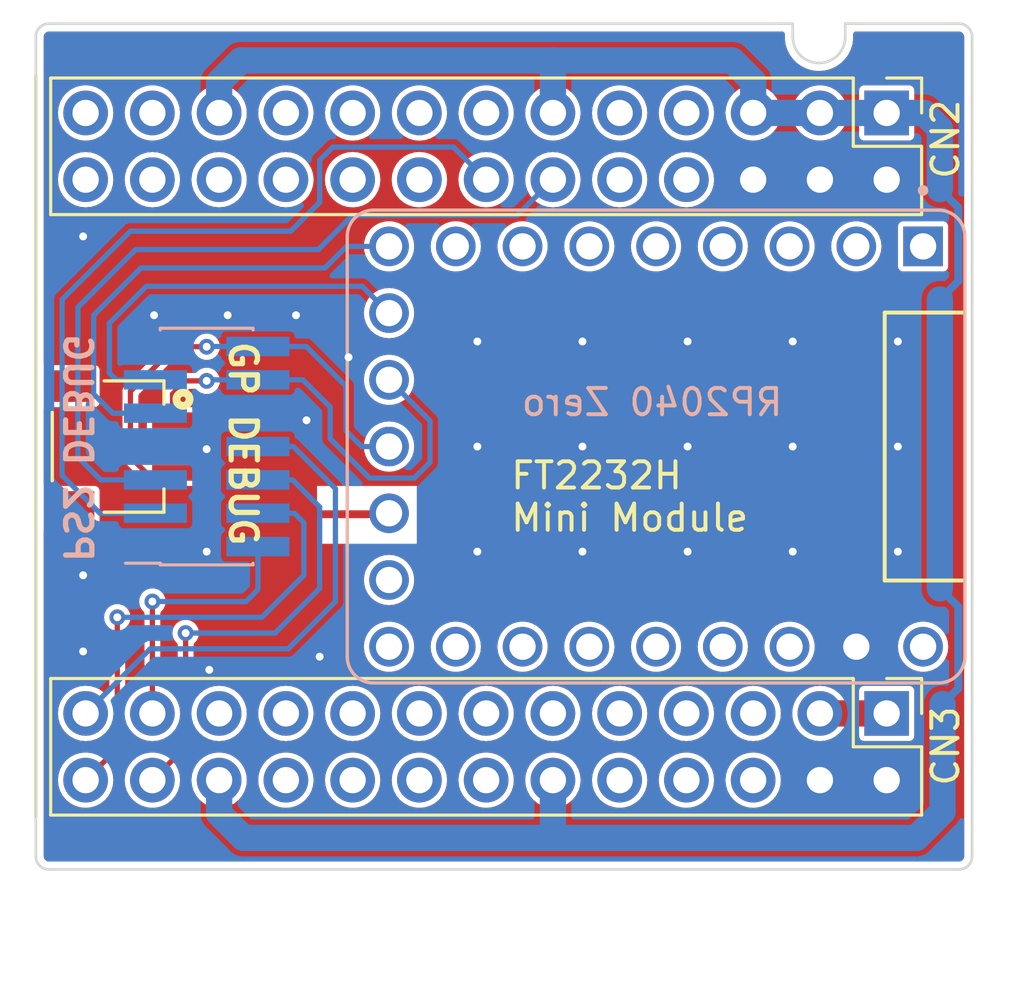
<source format=kicad_pcb>
(kicad_pcb (version 20221018) (generator pcbnew)
  (layers (0 "F.Cu" signal) (31 "B.Cu" signal) (34 "B.Paste" user) (35 "F.Paste" user) (36 "B.SilkS" user "B.Silkscreen") (37 "F.SilkS" user "F.Silkscreen") (38 "B.Mask" user) (39 "F.Mask" user) (44 "Edge.Cuts" user))
  (net 0 "")
  (net 1 "+5V")
  (net 2 "/TMS")
  (net 3 "GND")
  (net 4 "/TCK")
  (net 5 "/TDO")
  (net 6 "/SPI_SS")
  (net 7 "/TDI")
  (net 8 "+3V3")
  (net 9 "/CRESET_N")
  (net 10 "/SYS_UART_RX")
  (net 11 "/SYS_UART_TX")
  (net 12 "/SYS_SWCLK")
  (net 13 "/SYS_SWDIO")
  (footprint "PS2:FT2232H_mini_module_jtag" (layer "F.Cu") (at 156.575 94 180)
    (fp_text reference "U2" hide)
    (fp_text value "~")
    (fp_line (start -1.33 -14.03) (end 31.81 -14.03) (stroke (width 0.12)) (layer "F.SilkS"))
    (fp_line (start -1.33 -11.43) (end -1.33 -14.03) (stroke (width 0.12)) (layer "F.SilkS"))
    (fp_line (start -1.33 -8.83) (end -1.33 -10.16) (stroke (width 0.12)) (layer "F.SilkS"))
    (fp_line (start -1.33 8.83) (end 31.81 8.83) (stroke (width 0.12)) (layer "F.SilkS"))
    (fp_line (start -1.33 11.43) (end -1.33 8.83) (stroke (width 0.12)) (layer "F.SilkS"))
    (fp_line (start -1.33 14.03) (end -1.33 12.7) (stroke (width 0.12)) (layer "F.SilkS"))
    (fp_line (start 0 -8.83) (end -1.33 -8.83) (stroke (width 0.12)) (layer "F.SilkS"))
    (fp_line (start 0 14.03) (end -1.33 14.03) (stroke (width 0.12)) (layer "F.SilkS"))
    (fp_line (start 1.27 -11.43) (end -1.33 -11.43) (stroke (width 0.12)) (layer "F.SilkS"))
    (fp_line (start 1.27 -8.83) (end 1.27 -11.43) (stroke (width 0.12)) (layer "F.SilkS"))
    (fp_line (start 1.27 -8.83) (end 31.81 -8.83) (stroke (width 0.12)) (layer "F.SilkS"))
    (fp_line (start 1.27 11.43) (end -1.33 11.43) (stroke (width 0.12)) (layer "F.SilkS"))
    (fp_line (start 1.27 14.03) (end 1.27 11.43) (stroke (width 0.12)) (layer "F.SilkS"))
    (fp_line (start 1.27 14.03) (end 31.81 14.03) (stroke (width 0.12)) (layer "F.SilkS"))
    (fp_line (start 31.81 -8.83) (end 31.81 -14.03) (stroke (width 0.12)) (layer "F.SilkS"))
    (fp_line (start 31.81 14.03) (end 31.81 8.83) (stroke (width 0.12)) (layer "F.SilkS"))
    (pad "1" thru_hole rect (at 0 12.7 270) (size 1.7 1.7) (drill 1) (layers "*.Cu" "*.Mask") (net 8 "+3V3"))
    (pad "2" thru_hole oval (at 0 10.16 270) (size 1.7 1.7) (drill 1) (layers "*.Cu" "*.Mask") (net 3 "GND"))
    (pad "3" thru_hole oval (at 2.54 12.7 270) (size 1.7 1.7) (drill 1) (layers "*.Cu" "*.Mask") (net 8 "+3V3"))
    (pad "4" thru_hole oval (at 2.54 10.16 270) (size 1.7 1.7) (drill 1) (layers "*.Cu" "*.Mask") (net 3 "GND"))
    (pad "5" thru_hole oval (at 5.08 12.7 270) (size 1.7 1.7) (drill 1) (layers "*.Cu" "*.Mask") (net 8 "+3V3"))
    (pad "6" thru_hole oval (at 5.08 10.16 270) (size 1.7 1.7) (drill 1) (layers "*.Cu" "*.Mask") (net 3 "GND"))
    (pad "7" thru_hole oval (at 7.62 12.7 270) (size 1.7 1.7) (drill 1) (layers "*.Cu" "*.Mask"))
    (pad "8" thru_hole oval (at 7.62 10.16 270) (size 1.7 1.7) (drill 1) (layers "*.Cu" "*.Mask"))
    (pad "9" thru_hole oval (at 10.16 12.7 270) (size 1.7 1.7) (drill 1) (layers "*.Cu" "*.Mask"))
    (pad "10" thru_hole oval (at 10.16 10.16 270) (size 1.7 1.7) (drill 1) (layers "*.Cu" "*.Mask"))
    (pad "11" thru_hole oval (at 12.7 12.7 270) (size 1.7 1.7) (drill 1) (layers "*.Cu" "*.Mask") (net 8 "+3V3"))
    (pad "12" thru_hole oval (at 12.7 10.16 270) (size 1.7 1.7) (drill 1) (layers "*.Cu" "*.Mask") (net 6 "/SPI_SS"))
    (pad "13" thru_hole oval (at 15.24 12.7 270) (size 1.7 1.7) (drill 1) (layers "*.Cu" "*.Mask"))
    (pad "14" thru_hole oval (at 15.24 10.16 270) (size 1.7 1.7) (drill 1) (layers "*.Cu" "*.Mask") (net 9 "/CRESET_N"))
    (pad "15" thru_hole oval (at 17.78 12.7 270) (size 1.7 1.7) (drill 1) (layers "*.Cu" "*.Mask"))
    (pad "16" thru_hole oval (at 17.78 10.16 270) (size 1.7 1.7) (drill 1) (layers "*.Cu" "*.Mask"))
    (pad "17" thru_hole oval (at 20.32 12.7 270) (size 1.7 1.7) (drill 1) (layers "*.Cu" "*.Mask"))
    (pad "18" thru_hole oval (at 20.32 10.16 270) (size 1.7 1.7) (drill 1) (layers "*.Cu" "*.Mask"))
    (pad "19" thru_hole oval (at 22.86 12.7 270) (size 1.7 1.7) (drill 1) (layers "*.Cu" "*.Mask"))
    (pad "20" thru_hole oval (at 22.86 10.16 270) (size 1.7 1.7) (drill 1) (layers "*.Cu" "*.Mask"))
    (pad "21" thru_hole oval (at 25.4 12.7 270) (size 1.7 1.7) (drill 1) (layers "*.Cu" "*.Mask") (net 8 "+3V3"))
    (pad "22" thru_hole oval (at 25.4 10.16 270) (size 1.7 1.7) (drill 1) (layers "*.Cu" "*.Mask"))
    (pad "23" thru_hole oval (at 27.94 12.7 270) (size 1.7 1.7) (drill 1) (layers "*.Cu" "*.Mask"))
    (pad "24" thru_hole oval (at 27.94 10.16 270) (size 1.7 1.7) (drill 1) (layers "*.Cu" "*.Mask"))
    (pad "25" thru_hole oval (at 30.48 12.7 270) (size 1.7 1.7) (drill 1) (layers "*.Cu" "*.Mask"))
    (pad "26" thru_hole oval (at 30.48 10.16 270) (size 1.7 1.7) (drill 1) (layers "*.Cu" "*.Mask"))
    (pad "27" thru_hole rect (at 0 -10.16 270) (size 1.7 1.7) (drill 1) (layers "*.Cu" "*.Mask") (net 1 "+5V"))
    (pad "28" thru_hole oval (at 0 -12.7 270) (size 1.7 1.7) (drill 1) (layers "*.Cu" "*.Mask") (net 3 "GND"))
    (pad "29" thru_hole oval (at 2.54 -10.16 270) (size 1.7 1.7) (drill 1) (layers "*.Cu" "*.Mask") (net 1 "+5V"))
    (pad "30" thru_hole oval (at 2.54 -12.7 270) (size 1.7 1.7) (drill 1) (layers "*.Cu" "*.Mask") (net 3 "GND"))
    (pad "31" thru_hole oval (at 5.08 -10.16 270) (size 1.7 1.7) (drill 1) (layers "*.Cu" "*.Mask"))
    (pad "32" thru_hole oval (at 5.08 -12.7 270) (size 1.7 1.7) (drill 1) (layers "*.Cu" "*.Mask"))
    (pad "33" thru_hole oval (at 7.62 -10.16 270) (size 1.7 1.7) (drill 1) (layers "*.Cu" "*.Mask"))
    (pad "34" thru_hole oval (at 7.62 -12.7 270) (size 1.7 1.7) (drill 1) (layers "*.Cu" "*.Mask"))
    (pad "35" thru_hole oval (at 10.16 -10.16 270) (size 1.7 1.7) (drill 1) (layers "*.Cu" "*.Mask"))
    (pad "36" thru_hole oval (at 10.16 -12.7 270) (size 1.7 1.7) (drill 1) (layers "*.Cu" "*.Mask"))
    (pad "37" thru_hole oval (at 12.7 -10.16 270) (size 1.7 1.7) (drill 1) (layers "*.Cu" "*.Mask"))
    (pad "38" thru_hole oval (at 12.7 -12.7 270) (size 1.7 1.7) (drill 1) (layers "*.Cu" "*.Mask") (net 8 "+3V3"))
    (pad "39" thru_hole oval (at 15.24 -10.16 270) (size 1.7 1.7) (drill 1) (layers "*.Cu" "*.Mask"))
    (pad "40" thru_hole oval (at 15.24 -12.7 270) (size 1.7 1.7) (drill 1) (layers "*.Cu" "*.Mask"))
    (pad "41" thru_hole oval (at 17.78 -10.16 270) (size 1.7 1.7) (drill 1) (layers "*.Cu" "*.Mask"))
    (pad "42" thru_hole oval (at 17.78 -12.7 270) (size 1.7 1.7) (drill 1) (layers "*.Cu" "*.Mask"))
    (pad "43" thru_hole oval (at 20.32 -10.16 270) (size 1.7 1.7) (drill 1) (layers "*.Cu" "*.Mask"))
    (pad "44" thru_hole oval (at 20.32 -12.7 270) (size 1.7 1.7) (drill 1) (layers "*.Cu" "*.Mask"))
    (pad "45" thru_hole oval (at 22.86 -10.16 270) (size 1.7 1.7) (drill 1) (layers "*.Cu" "*.Mask"))
    (pad "46" thru_hole oval (at 22.86 -12.7 270) (size 1.7 1.7) (drill 1) (layers "*.Cu" "*.Mask"))
    (pad "47" thru_hole oval (at 25.4 -10.16 270) (size 1.7 1.7) (drill 1) (layers "*.Cu" "*.Mask"))
    (pad "48" thru_hole oval (at 25.4 -12.7 270) (size 1.7 1.7) (drill 1) (layers "*.Cu" "*.Mask") (net 8 "+3V3"))
    (pad "49" thru_hole oval (at 27.94 -10.16 270) (size 1.7 1.7) (drill 1) (layers "*.Cu" "*.Mask") (net 2 "/TMS"))
    (pad "50" thru_hole oval (at 27.94 -12.7 270) (size 1.7 1.7) (drill 1) (layers "*.Cu" "*.Mask") (net 5 "/TDO"))
    (pad "51" thru_hole oval (at 30.48 -10.16 270) (size 1.7 1.7) (drill 1) (layers "*.Cu" "*.Mask") (net 7 "/TDI"))
    (pad "52" thru_hole oval (at 30.48 -12.7 270) (size 1.7 1.7) (drill 1) (layers "*.Cu" "*.Mask") (net 4 "/TCK"))
  )
  (footprint "PS2:JST_SM03B-SRSS-TB(LF)(SN)" (layer "F.Cu") (at 129.4 94 -90)
    (fp_text reference "J101" hide)
    (fp_text value "DEBUG_SWD")
    (fp_line (start -2.5 0.325) (end -2.5 2.6) (stroke (width 0.127)) (layer "F.SilkS"))
    (fp_line (start -1.615 0.325) (end -2.5 0.325) (stroke (width 0.127)) (layer "F.SilkS"))
    (fp_line (start -1.3 4.575) (end 1.3 4.575) (stroke (width 0.127)) (layer "F.SilkS"))
    (fp_line (start 2.5 0.325) (end 1.615 0.325) (stroke (width 0.127)) (layer "F.SilkS"))
    (fp_line (start 2.5 2.6) (end 2.5 0.325) (stroke (width 0.127)) (layer "F.SilkS"))
    (fp_circle (center -1.8 -0.4) (end -1.7 -0.4) (stroke (width 0.3)) (fill none) (layer "F.SilkS"))
    (pad "1" smd rect (at -1 0) (size 1.55 0.6) (layers "F.Cu" "F.Paste" "F.Mask") (net 12 "/SYS_SWCLK"))
    (pad "2" smd rect (at 0 0) (size 1.55 0.6) (layers "F.Cu" "F.Paste" "F.Mask") (net 3 "GND"))
    (pad "3" smd rect (at 1 0) (size 1.55 0.6) (layers "F.Cu" "F.Paste" "F.Mask") (net 13 "/SYS_SWDIO"))
    (pad "S1" smd rect (at -2.3 3.875 90) (size 1.2 1.8) (layers "F.Cu" "F.Paste" "F.Mask"))
    (pad "S2" smd rect (at 2.3 3.875 90) (size 1.2 1.8) (layers "F.Cu" "F.Paste" "F.Mask"))
  )
  (footprint "PS2:MODULE_RP2040-ZERO" (layer "B.Cu") (at 147.8 94 90)
    (fp_text reference "U1" hide)
    (fp_text value "RP2040-ZERO")
    (fp_line (start -9 10.75) (end -9 -10.75) (stroke (width 0.127)) (layer "B.SilkS"))
    (fp_line (start -8 -11.75) (end 8 -11.75) (stroke (width 0.127)) (layer "B.SilkS"))
    (fp_line (start 8 11.75) (end -8 11.75) (stroke (width 0.127)) (layer "B.SilkS"))
    (fp_line (start 9 -10.75) (end 9 10.75) (stroke (width 0.127)) (layer "B.SilkS"))
    (fp_arc (start -9 -10.75) (mid -8.707107 -11.457107) (end -8 -11.75) (stroke (width 0.127)) (layer "B.SilkS"))
    (fp_arc (start -8 11.75) (mid -8.707107 11.457107) (end -9 10.75) (stroke (width 0.127)) (layer "B.SilkS"))
    (fp_arc (start 8 -11.75) (mid 8.707107 -11.457107) (end 9 -10.75) (stroke (width 0.127)) (layer "B.SilkS"))
    (fp_arc (start 9 10.75) (mid 8.707107 11.457107) (end 8 11.75) (stroke (width 0.127)) (layer "B.SilkS"))
    (fp_circle (center 9.75 10.16) (end 9.85 10.16) (stroke (width 0.2)) (fill none) (layer "B.SilkS"))
    (pad "1" thru_hole rect (at 7.62 10.16 90) (size 1.508 1.508) (drill 1) (layers "*.Cu" "*.Mask"))
    (pad "2" thru_hole circle (at 7.62 7.62 90) (size 1.508 1.508) (drill 1) (layers "*.Cu" "*.Mask"))
    (pad "3" thru_hole circle (at 7.62 5.08 90) (size 1.508 1.508) (drill 1) (layers "*.Cu" "*.Mask"))
    (pad "4" thru_hole circle (at 7.62 2.54 90) (size 1.508 1.508) (drill 1) (layers "*.Cu" "*.Mask"))
    (pad "5" thru_hole circle (at 7.62 0 90) (size 1.508 1.508) (drill 1) (layers "*.Cu" "*.Mask"))
    (pad "6" thru_hole circle (at 7.62 -2.54 90) (size 1.508 1.508) (drill 1) (layers "*.Cu" "*.Mask"))
    (pad "7" thru_hole circle (at 7.62 -5.08 90) (size 1.508 1.508) (drill 1) (layers "*.Cu" "*.Mask"))
    (pad "8" thru_hole circle (at 7.62 -7.62 90) (size 1.508 1.508) (drill 1) (layers "*.Cu" "*.Mask"))
    (pad "9" thru_hole circle (at 7.62 -10.16 90) (size 1.508 1.508) (drill 1) (layers "*.Cu" "*.Mask") (net 10 "/SYS_UART_RX"))
    (pad "10" thru_hole circle (at 5.08 -10.16 90) (size 1.508 1.508) (drill 1) (layers "*.Cu" "*.Mask") (net 11 "/SYS_UART_TX"))
    (pad "11" thru_hole circle (at 2.54 -10.16 90) (size 1.508 1.508) (drill 1) (layers "*.Cu" "*.Mask") (net 12 "/SYS_SWCLK"))
    (pad "12" thru_hole circle (at 0 -10.16 90) (size 1.508 1.508) (drill 1) (layers "*.Cu" "*.Mask") (net 13 "/SYS_SWDIO"))
    (pad "13" thru_hole circle (at -2.54 -10.16 90) (size 1.508 1.508) (drill 1) (layers "*.Cu" "*.Mask") (net 3 "GND"))
    (pad "14" thru_hole circle (at -5.08 -10.16 90) (size 1.508 1.508) (drill 1) (layers "*.Cu" "*.Mask"))
    (pad "15" thru_hole circle (at -7.62 -10.16 90) (size 1.508 1.508) (drill 1) (layers "*.Cu" "*.Mask"))
    (pad "16" thru_hole circle (at -7.62 -7.62 90) (size 1.508 1.508) (drill 1) (layers "*.Cu" "*.Mask"))
    (pad "17" thru_hole circle (at -7.62 -5.08 90) (size 1.508 1.508) (drill 1) (layers "*.Cu" "*.Mask"))
    (pad "18" thru_hole circle (at -7.62 -2.54 90) (size 1.508 1.508) (drill 1) (layers "*.Cu" "*.Mask"))
    (pad "19" thru_hole circle (at -7.62 0 90) (size 1.508 1.508) (drill 1) (layers "*.Cu" "*.Mask"))
    (pad "20" thru_hole circle (at -7.62 2.54 90) (size 1.508 1.508) (drill 1) (layers "*.Cu" "*.Mask"))
    (pad "21" thru_hole circle (at -7.62 5.08 90) (size 1.508 1.508) (drill 1) (layers "*.Cu" "*.Mask"))
    (pad "22" thru_hole circle (at -7.62 7.62 90) (size 1.508 1.508) (drill 1) (layers "*.Cu" "*.Mask") (net 3 "GND"))
    (pad "23" thru_hole circle (at -7.62 10.16 90) (size 1.508 1.508) (drill 1) (layers "*.Cu" "*.Mask"))
  )
  (footprint "PS2:FTSH-107-01-F-DV-K-P-TR" (layer "B.Cu") (at 130.7 94)
    (fp_text reference "J1" hide)
    (fp_text value "Debug")
    (fp_line (start -3.09 4.44) (end -1.765 4.44) (stroke (width 0.12)) (layer "B.SilkS"))
    (fp_line (start -1.765 -4.505) (end 1.765 -4.505) (stroke (width 0.12)) (layer "B.SilkS"))
    (fp_line (start -1.765 -4.44) (end -1.765 -4.505) (stroke (width 0.12)) (layer "B.SilkS"))
    (fp_line (start -1.765 4.505) (end -1.765 4.44) (stroke (width 0.12)) (layer "B.SilkS"))
    (fp_line (start -1.765 4.505) (end 1.765 4.505) (stroke (width 0.12)) (layer "B.SilkS"))
    (fp_line (start 1.765 -4.44) (end 1.765 -4.505) (stroke (width 0.12)) (layer "B.SilkS"))
    (fp_line (start 1.765 4.505) (end 1.765 4.44) (stroke (width 0.12)) (layer "B.SilkS"))
    (pad "1" smd rect (at -1.95 3.81) (size 2.4 0.74) (layers "B.Cu" "B.Paste" "B.Mask") (net 3 "GND"))
    (pad "2" smd rect (at 1.95 3.81) (size 2.4 0.74) (layers "B.Cu" "B.Paste" "B.Mask") (net 2 "/TMS"))
    (pad "3" smd rect (at -1.95 2.54) (size 2.4 0.74) (layers "B.Cu" "B.Paste" "B.Mask") (net 9 "/CRESET_N"))
    (pad "4" smd rect (at 1.95 2.54) (size 2.4 0.74) (layers "B.Cu" "B.Paste" "B.Mask") (net 4 "/TCK"))
    (pad "5" smd rect (at -1.95 1.27) (size 2.4 0.74) (layers "B.Cu" "B.Paste" "B.Mask") (net 6 "/SPI_SS"))
    (pad "6" smd rect (at 1.95 1.27) (size 2.4 0.74) (layers "B.Cu" "B.Paste" "B.Mask") (net 5 "/TDO"))
    (pad "7" smd rect (at -1.95 0) (size 2.4 0.74) (layers "B.Cu" "B.Paste" "B.Mask") (net 3 "GND"))
    (pad "8" smd rect (at 1.95 0) (size 2.4 0.74) (layers "B.Cu" "B.Paste" "B.Mask") (net 7 "/TDI"))
    (pad "9" smd rect (at -1.95 -1.27) (size 2.4 0.74) (layers "B.Cu" "B.Paste" "B.Mask") (net 10 "/SYS_UART_RX"))
    (pad "10" smd rect (at 1.95 -1.27) (size 2.4 0.74) (layers "B.Cu" "B.Paste" "B.Mask") (net 3 "GND"))
    (pad "11" smd rect (at -1.95 -2.54) (size 2.4 0.74) (layers "B.Cu" "B.Paste" "B.Mask") (net 11 "/SYS_UART_TX"))
    (pad "12" smd rect (at 1.95 -2.54) (size 2.4 0.74) (layers "B.Cu" "B.Paste" "B.Mask") (net 12 "/SYS_SWCLK"))
    (pad "13" smd rect (at -1.95 -3.81) (size 2.4 0.74) (layers "B.Cu" "B.Paste" "B.Mask") (net 3 "GND"))
    (pad "14" smd rect (at 1.95 -3.81) (size 2.4 0.74) (layers "B.Cu" "B.Paste" "B.Mask") (net 13 "/SYS_SWDIO"))
  )
  (gr_line (start 156.5 99.1) (end 159.5 99.1) (stroke (width 0.15)) (layer "F.SilkS"))
  (gr_line (start 156.5 88.9) (end 156.5 99.1) (stroke (width 0.15)) (layer "F.SilkS"))
  (gr_line (start 159.5 88.9) (end 156.5 88.9) (stroke (width 0.15)) (layer "F.SilkS"))
  (gr_line (start 124.2 79.9) (end 124.2 108.1) (stroke (width 0.15)) (layer "F.SilkS"))
  (gr_line (start 153 77.9) (end 153 78.4) (stroke (width 0.1)) (layer "Edge.Cuts"))
  (gr_line (start 153 77.9) (end 124.7 77.9) (stroke (width 0.1)) (layer "Edge.Cuts"))
  (gr_arc (start 155 78.4) (mid 154.707107 79.107107) (end 154 79.4) (stroke (width 0.1)) (layer "Edge.Cuts"))
  (gr_line (start 124.2 78.4) (end 124.2 109.6) (stroke (width 0.1)) (layer "Edge.Cuts"))
  (gr_arc (start 124.7 110.1) (mid 124.346447 109.953553) (end 124.2 109.6) (stroke (width 0.1)) (layer "Edge.Cuts"))
  (gr_line (start 159.325 77.9) (end 155 77.9) (stroke (width 0.1)) (layer "Edge.Cuts"))
  (gr_arc (start 154 79.4) (mid 153.292893 79.107107) (end 153 78.4) (stroke (width 0.1)) (layer "Edge.Cuts"))
  (gr_line (start 159.325 110.1) (end 124.7 110.1) (stroke (width 0.1)) (layer "Edge.Cuts"))
  (gr_line (start 159.825 78.4) (end 159.825 109.6) (stroke (width 0.1)) (layer "Edge.Cuts"))
  (gr_line (start 155 77.9) (end 155 78.4) (stroke (width 0.1)) (layer "Edge.Cuts"))
  (gr_arc (start 124.2 78.4) (mid 124.346447 78.046447) (end 124.7 77.9) (stroke (width 0.1)) (layer "Edge.Cuts"))
  (gr_arc (start 159.825 109.6) (mid 159.678553 109.953553) (end 159.325 110.1) (stroke (width 0.1)) (layer "Edge.Cuts"))
  (gr_arc (start 159.325 77.9) (mid 159.678553 78.046447) (end 159.825 78.4) (stroke (width 0.1)) (layer "Edge.Cuts"))
  (gr_text "RP2040 Zero" (at 152.7 92.9) (layer "B.SilkS") (effects (font (size 1 1)) (justify left bottom mirror)))
  (gr_text "PS2 DEBUG" (at 125.2 98.5 270) (layer "B.SilkS") (effects (font (size 1 1) (thickness 0.2) bold) (justify left bottom mirror)))
  (gr_text "CN2" (at 159.4 83.9 90) (layer "F.SilkS") (effects (font (size 1 1)) (justify left bottom)))
  (gr_text "FT2232H\nMini Module" (at 142.2 97.3) (layer "F.SilkS") (effects (font (size 1 1)) (justify left bottom)))
  (gr_text "GP DEBUG" (at 131.5 89.9 270) (layer "F.SilkS") (effects (font (size 1 1) (thickness 0.2) bold) (justify left bottom)))
  (gr_text "CN3" (at 159.4 107 90) (layer "F.SilkS") (effects (font (size 1 1)) (justify left bottom)))
  (segment (start 154.035 104.16) (end 156.575 104.16) (width 1) (layer "F.Cu") (net 1))
  (segment (start 128.635 99.9) (end 128.635 104.16) (width 0.2) (layer "F.Cu") (net 2))
  (via (at 128.635 99.9) (size 0.6) (drill 0.3) (layers "F.Cu" "B.Cu") (net 2))
  (segment (start 132.65 99.45) (end 132.65 97.81) (width 0.2) (layer "B.Cu") (net 2))
  (segment (start 132.2 99.9) (end 132.65 99.45) (width 0.2) (layer "B.Cu") (net 2))
  (segment (start 128.635 99.9) (end 132.2 99.9) (width 0.2) (layer "B.Cu") (net 2))
  (segment (start 137.64 96.5775) (end 134.6 96.5775) (width 0.3) (layer "F.Cu") (net 3))
  (via (at 128.7 89) (size 0.6) (drill 0.3) (layers "F.Cu" "B.Cu") (net 3))
  (via (at 145 98) (size 0.6) (drill 0.3) (layers "F.Cu" "B.Cu") (net 3))
  (via (at 141 90) (size 0.6) (drill 0.3) (layers "F.Cu" "B.Cu") (net 3))
  (via (at 141 98) (size 0.6) (drill 0.3) (layers "F.Cu" "B.Cu") (net 3))
  (via (at 149 90) (size 0.6) (drill 0.3) (layers "F.Cu" "B.Cu") (net 3))
  (via (at 153 94) (size 0.6) (drill 0.3) (layers "F.Cu" "B.Cu") (net 3))
  (via (at 145 90) (size 0.6) (drill 0.3) (layers "F.Cu" "B.Cu") (net 3))
  (via (at 130.7 98) (size 0.6) (drill 0.3) (layers "F.Cu" "B.Cu") (net 3))
  (via (at 135 102) (size 0.6) (drill 0.3) (layers "F.Cu" "B.Cu") (net 3))
  (via (at 145 94) (size 0.6) (drill 0.3) (layers "F.Cu" "B.Cu") (net 3))
  (via (at 126 98.9) (size 0.6) (drill 0.3) (layers "F.Cu" "B.Cu") (net 3))
  (via (at 130.8 102.5) (size 0.6) (drill 0.3) (layers "F.Cu" "B.Cu") (net 3))
  (via (at 134.1 89) (size 0.6) (drill 0.3) (layers "F.Cu" "B.Cu") (net 3))
  (via (at 141 94) (size 0.6) (drill 0.3) (layers "F.Cu" "B.Cu") (net 3))
  (via (at 153 98) (size 0.6) (drill 0.3) (layers "F.Cu" "B.Cu") (net 3))
  (via (at 157 98) (size 0.6) (drill 0.3) (layers "F.Cu" "B.Cu") (net 3))
  (via (at 126 101.8) (size 0.6) (drill 0.3) (layers "F.Cu" "B.Cu") (net 3))
  (via (at 157 90) (size 0.6) (drill 0.3) (layers "F.Cu" "B.Cu") (net 3))
  (via (at 131.5 89) (size 0.6) (drill 0.3) (layers "F.Cu" "B.Cu") (net 3))
  (via (at 153 90) (size 0.6) (drill 0.3) (layers "F.Cu" "B.Cu") (net 3))
  (via (at 130.7 94.1) (size 0.6) (drill 0.3) (layers "F.Cu" "B.Cu") (net 3))
  (via (at 157 94) (size 0.6) (drill 0.3) (layers "F.Cu" "B.Cu") (net 3))
  (via (at 149 94) (size 0.6) (drill 0.3) (layers "F.Cu" "B.Cu") (net 3))
  (via (at 134.5 93) (size 0.6) (drill 0.3) (layers "F.Cu" "B.Cu") (net 3))
  (via (at 136.1 90.6) (size 0.6) (drill 0.3) (layers "F.Cu" "B.Cu") (net 3))
  (via (at 149 98) (size 0.6) (drill 0.3) (layers "F.Cu" "B.Cu") (net 3))
  (via (at 126 86) (size 0.6) (drill 0.3) (layers "F.Cu" "B.Cu") (net 3))
  (segment (start 127.3 100.5) (end 127.3 105.495) (width 0.2) (layer "F.Cu") (net 4))
  (segment (start 127.3 105.495) (end 126.095 106.7) (width 0.2) (layer "F.Cu") (net 4))
  (via (at 127.3 100.5) (size 0.6) (drill 0.3) (layers "F.Cu" "B.Cu") (net 4))
  (segment (start 134.4 96.9) (end 134.04 96.54) (width 0.2) (layer "B.Cu") (net 4))
  (segment (start 132.8 100.5) (end 134.4 98.9) (width 0.2) (layer "B.Cu") (net 4))
  (segment (start 134.04 96.54) (end 132.65 96.54) (width 0.2) (layer "B.Cu") (net 4))
  (segment (start 134.4 98.9) (end 134.4 96.9) (width 0.2) (layer "B.Cu") (net 4))
  (segment (start 127.3 100.5) (end 132.8 100.5) (width 0.2) (layer "B.Cu") (net 4))
  (segment (start 129.9 101.1) (end 129.9 105.435) (width 0.2) (layer "F.Cu") (net 5))
  (segment (start 129.9 105.435) (end 128.635 106.7) (width 0.2) (layer "F.Cu") (net 5))
  (via (at 129.9 101.1) (size 0.6) (drill 0.3) (layers "F.Cu" "B.Cu") (net 5))
  (segment (start 135 96.3) (end 133.97 95.27) (width 0.2) (layer "B.Cu") (net 5))
  (segment (start 133.97 95.27) (end 132.65 95.27) (width 0.2) (layer "B.Cu") (net 5))
  (segment (start 135 99.4) (end 135 96.3) (width 0.2) (layer "B.Cu") (net 5))
  (segment (start 129.9 101.1) (end 133.3 101.1) (width 0.2) (layer "B.Cu") (net 5))
  (segment (start 133.3 101.1) (end 135 99.4) (width 0.2) (layer "B.Cu") (net 5))
  (segment (start 143.8 83.915) (end 143.875 83.84) (width 0.2) (layer "F.Cu") (net 6))
  (segment (start 125.8 94.4) (end 125.8 88.7) (width 0.2) (layer "B.Cu") (net 6))
  (segment (start 134.95 86.5) (end 136.25 85.2) (width 0.2) (layer "B.Cu") (net 6))
  (segment (start 136.25 85.2) (end 142.515 85.2) (width 0.2) (layer "B.Cu") (net 6))
  (segment (start 142.515 85.2) (end 143.875 83.84) (width 0.2) (layer "B.Cu") (net 6))
  (segment (start 128.75 95.27) (end 126.67 95.27) (width 0.2) (layer "B.Cu") (net 6))
  (segment (start 126.67 95.27) (end 125.8 94.4) (width 0.2) (layer "B.Cu") (net 6))
  (segment (start 128 86.5) (end 134.95 86.5) (width 0.2) (layer "B.Cu") (net 6))
  (segment (start 125.8 88.7) (end 128 86.5) (width 0.2) (layer "B.Cu") (net 6))
  (segment (start 128.555 101.7) (end 133.8 101.7) (width 0.2) (layer "B.Cu") (net 7))
  (segment (start 135.6 95.6) (end 134 94) (width 0.2) (layer "B.Cu") (net 7))
  (segment (start 133.8 101.7) (end 135.6 99.9) (width 0.2) (layer "B.Cu") (net 7))
  (segment (start 126.095 104.16) (end 128.555 101.7) (width 0.2) (layer "B.Cu") (net 7))
  (segment (start 134 94) (end 132.65 94) (width 0.2) (layer "B.Cu") (net 7))
  (segment (start 135.6 99.9) (end 135.6 95.6) (width 0.2) (layer "B.Cu") (net 7))
  (segment (start 158.6 84.2) (end 159.3 84.9) (width 0.3) (layer "B.Cu") (net 8))
  (segment (start 132.1 108.9) (end 143.875 108.9) (width 1) (layer "B.Cu") (net 8))
  (segment (start 159.3 84.9) (end 159.3 86) (width 0.3) (layer "B.Cu") (net 8))
  (segment (start 131.175 107.975) (end 132.1 108.9) (width 1) (layer "B.Cu") (net 8))
  (segment (start 158.7 107.9) (end 158.7 103.8) (width 1) (layer "B.Cu") (net 8))
  (segment (start 131.175 106.7) (end 131.175 107.975) (width 1) (layer "B.Cu") (net 8))
  (segment (start 151.495 81.3) (end 151.495 80.095) (width 1) (layer "B.Cu") (net 8))
  (segment (start 159.3 86) (end 159.3 87.7) (width 0.3) (layer "B.Cu") (net 8))
  (segment (start 143.875 106.7) (end 143.875 108.9) (width 1) (layer "B.Cu") (net 8))
  (segment (start 156.575 81.3) (end 151.495 81.3) (width 1) (layer "B.Cu") (net 8))
  (segment (start 158.6 84.2) (end 158.6 81.9) (width 1) (layer "B.Cu") (net 8))
  (segment (start 143.875 108.9) (end 157.7 108.9) (width 1) (layer "B.Cu") (net 8))
  (segment (start 158.6 88.4) (end 158.6 99.4) (width 1) (layer "B.Cu") (net 8))
  (segment (start 143.875 79.3) (end 132 79.3) (width 1) (layer "B.Cu") (net 8))
  (segment (start 159.3 103.2) (end 159.3 100.1) (width 0.3) (layer "B.Cu") (net 8))
  (segment (start 158.7 103.8) (end 159.3 103.2) (width 0.3) (layer "B.Cu") (net 8))
  (segment (start 158 81.3) (end 156.575 81.3) (width 1) (layer "B.Cu") (net 8))
  (segment (start 158.6 81.9) (end 158 81.3) (width 1) (layer "B.Cu") (net 8))
  (segment (start 143.875 81.3) (end 143.875 79.3) (width 1) (layer "B.Cu") (net 8))
  (segment (start 151.495 80.095) (end 150.7 79.3) (width 1) (layer "B.Cu") (net 8))
  (segment (start 150.7 79.3) (end 143.875 79.3) (width 1) (layer "B.Cu") (net 8))
  (segment (start 157.7 108.9) (end 158.7 107.9) (width 1) (layer "B.Cu") (net 8))
  (segment (start 159.3 100.1) (end 158.6 99.4) (width 0.3) (layer "B.Cu") (net 8))
  (segment (start 132 79.3) (end 131.175 80.125) (width 1) (layer "B.Cu") (net 8))
  (segment (start 131.175 80.125) (end 131.175 81.3) (width 1) (layer "B.Cu") (net 8))
  (segment (start 159.3 87.7) (end 158.6 88.4) (width 0.3) (layer "B.Cu") (net 8))
  (segment (start 125.2 95.1) (end 125.2 88.4) (width 0.2) (layer "B.Cu") (net 9))
  (segment (start 128.75 96.54) (end 126.64 96.54) (width 0.2) (layer "B.Cu") (net 9))
  (segment (start 135 83.1) (end 135.5 82.6) (width 0.2) (layer "B.Cu") (net 9))
  (segment (start 133.9 85.8) (end 135 84.7) (width 0.2) (layer "B.Cu") (net 9))
  (segment (start 126.64 96.54) (end 125.2 95.1) (width 0.2) (layer "B.Cu") (net 9))
  (segment (start 127.8 85.8) (end 133.9 85.8) (width 0.2) (layer "B.Cu") (net 9))
  (segment (start 135 84.7) (end 135 83.1) (width 0.2) (layer "B.Cu") (net 9))
  (segment (start 125.2 88.4) (end 127.8 85.8) (width 0.2) (layer "B.Cu") (net 9))
  (segment (start 140.095 82.6) (end 141.335 83.84) (width 0.2) (layer "B.Cu") (net 9))
  (segment (start 135.5 82.6) (end 140.095 82.6) (width 0.2) (layer "B.Cu") (net 9))
  (segment (start 141.3 83.875) (end 141.335 83.84) (width 0.2) (layer "B.Cu") (net 9))
  (segment (start 136.02 86.38) (end 137.64 86.38) (width 0.2) (layer "B.Cu") (net 10))
  (segment (start 126.4 89) (end 128.2 87.2) (width 0.2) (layer "B.Cu") (net 10))
  (segment (start 126.4 92) (end 126.4 89) (width 0.2) (layer "B.Cu") (net 10))
  (segment (start 128.75 92.73) (end 127.13 92.73) (width 0.2) (layer "B.Cu") (net 10))
  (segment (start 127.13 92.73) (end 126.4 92) (width 0.2) (layer "B.Cu") (net 10))
  (segment (start 135.2 87.2) (end 136.02 86.38) (width 0.2) (layer "B.Cu") (net 10))
  (segment (start 128.2 87.2) (end 135.2 87.2) (width 0.2) (layer "B.Cu") (net 10))
  (segment (start 127 91.2) (end 127 89.3) (width 0.2) (layer "B.Cu") (net 11))
  (segment (start 128.4 87.9) (end 136.62 87.9) (width 0.2) (layer "B.Cu") (net 11))
  (segment (start 128.75 91.46) (end 127.26 91.46) (width 0.2) (layer "B.Cu") (net 11))
  (segment (start 127 89.3) (end 128.4 87.9) (width 0.2) (layer "B.Cu") (net 11))
  (segment (start 136.62 87.9) (end 137.64 88.92) (width 0.2) (layer "B.Cu") (net 11))
  (segment (start 127.26 91.46) (end 127 91.2) (width 0.2) (layer "B.Cu") (net 11))
  (segment (start 129.9 91.5) (end 130.7 91.5) (width 0.2) (layer "F.Cu") (net 12))
  (segment (start 129.4 93) (end 129.4 92) (width 0.2) (layer "F.Cu") (net 12))
  (segment (start 129.4 92) (end 129.9 91.5) (width 0.2) (layer "F.Cu") (net 12))
  (via (at 130.7 91.5) (size 0.6) (drill 0.3) (layers "F.Cu" "B.Cu") (net 12))
  (segment (start 136.9 95.2) (end 135.4 93.7) (width 0.2) (layer "B.Cu") (net 12))
  (segment (start 138.6 95.2) (end 136.9 95.2) (width 0.2) (layer "B.Cu") (net 12))
  (segment (start 135.4 92.5) (end 134.36 91.46) (width 0.2) (layer "B.Cu") (net 12))
  (segment (start 130.74 91.46) (end 130.7 91.5) (width 0.2) (layer "B.Cu") (net 12))
  (segment (start 135.4 93.7) (end 135.4 92.5) (width 0.2) (layer "B.Cu") (net 12))
  (segment (start 139.2 94.6) (end 138.6 95.2) (width 0.2) (layer "B.Cu") (net 12))
  (segment (start 132.65 91.46) (end 130.74 91.46) (width 0.2) (layer "B.Cu") (net 12))
  (segment (start 137.64 91.46) (end 139.2 93.02) (width 0.2) (layer "B.Cu") (net 12))
  (segment (start 134.36 91.46) (end 132.65 91.46) (width 0.2) (layer "B.Cu") (net 12))
  (segment (start 139.2 93.02) (end 139.2 94.6) (width 0.2) (layer "B.Cu") (net 12))
  (segment (start 129.5 90.2) (end 130.7 90.2) (width 0.2) (layer "F.Cu") (net 13))
  (segment (start 128.4 95) (end 127.8 94.4) (width 0.2) (layer "F.Cu") (net 13))
  (segment (start 127.8 94.4) (end 127.8 91.9) (width 0.2) (layer "F.Cu") (net 13))
  (segment (start 129.4 95) (end 128.4 95) (width 0.2) (layer "F.Cu") (net 13))
  (segment (start 127.8 91.9) (end 129.5 90.2) (width 0.2) (layer "F.Cu") (net 13))
  (via (at 130.7 90.2) (size 0.6) (drill 0.3) (layers "F.Cu" "B.Cu") (net 13))
  (segment (start 132.65 90.19) (end 134.49 90.19) (width 0.2) (layer "B.Cu") (net 13))
  (segment (start 134.49 90.19) (end 136 91.7) (width 0.2) (layer "B.Cu") (net 13))
  (segment (start 136 93.4) (end 136.6 94) (width 0.2) (layer "B.Cu") (net 13))
  (segment (start 136.6 94) (end 137.64 94) (width 0.2) (layer "B.Cu") (net 13))
  (segment (start 136 91.7) (end 136 93.4) (width 0.2) (layer "B.Cu") (net 13))
  (segment (start 132.65 90.19) (end 130.71 90.19) (width 0.2) (layer "B.Cu") (net 13))
  (segment (start 130.71 90.19) (end 130.7 90.2) (width 0.2) (layer "B.Cu") (net 13))
  (zone (net 0) (net_name "") (layers "F&B.Cu") (connect_pads (clearance 0)) (min_thickness 0.25)
    (keepout (tracks allowed) (vias allowed) (pads allowed) (copperpour not_allowed) (footprints allowed))
    (fill (thermal_gap 0.5) (thermal_bridge_width 0.5))
    (polygon (pts (xy 134.9 95.5) (xy 134.9 97.7) (xy 138.7 97.7) (xy 138.7 95.5)))
  )
  (zone (net 3) (net_name "GND") (layers "F&B.Cu") (connect_pads yes (clearance 0.2)) (min_thickness 0.2) (fill yes (thermal_gap 0.508) (thermal_bridge_width 0.508))
    (polygon (pts (xy 123.125 77) (xy 123.125 111.1) (xy 161 111.1) (xy 161 77)))
  )
)
</source>
